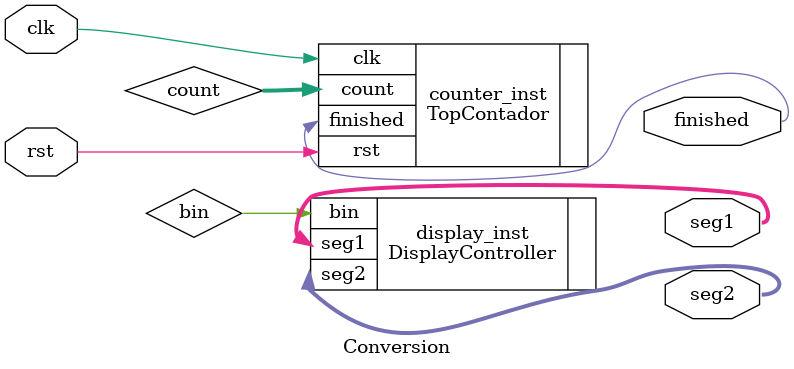
<source format=sv>
module Conversion (
    input logic clk,          // Reloj global
    input logic rst,          // Señal de reset
    output logic finished,    // Señal que indica que el contador ha llegado a 15 segundos
    output logic [6:0] seg1,  // Segmentos del primer display de 7 segmentos (decenas)
    output logic [6:0] seg2   // Segmentos del segundo display de 7 segmentos (unidades)
);

    logic [3:0] count;        // Contador de 4 bits para visualizar los segundos

    // Instanciamos el contador de 15 segundos
    TopContador counter_inst (
        .clk(clk),
        .rst(rst),
        .finished(finished),
        .count(count)
    );

    // Instanciamos el controlador de displays BCD
    DisplayController display_inst (
        .bin(bin),
        .seg1(seg1),
        .seg2(seg2)
    );

endmodule
</source>
